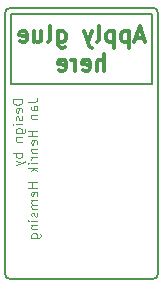
<source format=gbo>
%TF.GenerationSoftware,KiCad,Pcbnew,(6.0.0-rc1-dev-1-g01c5bdfb8)*%
%TF.CreationDate,2019-02-26T15:43:23+01:00*%
%TF.ProjectId,printhead_connector,7072696E74686561645F636F6E6E6563,rev?*%
%TF.SameCoordinates,Original*%
%TF.FileFunction,Legend,Bot*%
%TF.FilePolarity,Positive*%
%FSLAX46Y46*%
G04 Gerber Fmt 4.6, Leading zero omitted, Abs format (unit mm)*
G04 Created by KiCad (PCBNEW (6.0.0-rc1-dev-1-g01c5bdfb8)) date Tue Feb 26 15:43:23 2019*
%MOMM*%
%LPD*%
G01*
G04 APERTURE LIST*
%ADD10C,0.100000*%
%ADD11C,0.200000*%
%ADD12C,0.300000*%
%ADD13C,0.150000*%
G04 APERTURE END LIST*
D10*
X94961904Y-92755476D02*
X94161904Y-92755476D01*
X94161904Y-92945952D01*
X94200000Y-93060238D01*
X94276190Y-93136428D01*
X94352380Y-93174523D01*
X94504761Y-93212619D01*
X94619047Y-93212619D01*
X94771428Y-93174523D01*
X94847619Y-93136428D01*
X94923809Y-93060238D01*
X94961904Y-92945952D01*
X94961904Y-92755476D01*
X94923809Y-93860238D02*
X94961904Y-93784047D01*
X94961904Y-93631666D01*
X94923809Y-93555476D01*
X94847619Y-93517380D01*
X94542857Y-93517380D01*
X94466666Y-93555476D01*
X94428571Y-93631666D01*
X94428571Y-93784047D01*
X94466666Y-93860238D01*
X94542857Y-93898333D01*
X94619047Y-93898333D01*
X94695238Y-93517380D01*
X94923809Y-94203095D02*
X94961904Y-94279285D01*
X94961904Y-94431666D01*
X94923809Y-94507857D01*
X94847619Y-94545952D01*
X94809523Y-94545952D01*
X94733333Y-94507857D01*
X94695238Y-94431666D01*
X94695238Y-94317380D01*
X94657142Y-94241190D01*
X94580952Y-94203095D01*
X94542857Y-94203095D01*
X94466666Y-94241190D01*
X94428571Y-94317380D01*
X94428571Y-94431666D01*
X94466666Y-94507857D01*
X94961904Y-94888809D02*
X94428571Y-94888809D01*
X94161904Y-94888809D02*
X94200000Y-94850714D01*
X94238095Y-94888809D01*
X94200000Y-94926904D01*
X94161904Y-94888809D01*
X94238095Y-94888809D01*
X94428571Y-95612619D02*
X95076190Y-95612619D01*
X95152380Y-95574523D01*
X95190476Y-95536428D01*
X95228571Y-95460238D01*
X95228571Y-95345952D01*
X95190476Y-95269761D01*
X94923809Y-95612619D02*
X94961904Y-95536428D01*
X94961904Y-95384047D01*
X94923809Y-95307857D01*
X94885714Y-95269761D01*
X94809523Y-95231666D01*
X94580952Y-95231666D01*
X94504761Y-95269761D01*
X94466666Y-95307857D01*
X94428571Y-95384047D01*
X94428571Y-95536428D01*
X94466666Y-95612619D01*
X94428571Y-95993571D02*
X94961904Y-95993571D01*
X94504761Y-95993571D02*
X94466666Y-96031666D01*
X94428571Y-96107857D01*
X94428571Y-96222142D01*
X94466666Y-96298333D01*
X94542857Y-96336428D01*
X94961904Y-96336428D01*
X94961904Y-97326904D02*
X94161904Y-97326904D01*
X94466666Y-97326904D02*
X94428571Y-97403095D01*
X94428571Y-97555476D01*
X94466666Y-97631666D01*
X94504761Y-97669761D01*
X94580952Y-97707857D01*
X94809523Y-97707857D01*
X94885714Y-97669761D01*
X94923809Y-97631666D01*
X94961904Y-97555476D01*
X94961904Y-97403095D01*
X94923809Y-97326904D01*
X94428571Y-97974523D02*
X94961904Y-98165000D01*
X94428571Y-98355476D02*
X94961904Y-98165000D01*
X95152380Y-98088809D01*
X95190476Y-98050714D01*
X95228571Y-97974523D01*
X95461904Y-92984047D02*
X96033333Y-92984047D01*
X96147619Y-92945952D01*
X96223809Y-92869761D01*
X96261904Y-92755476D01*
X96261904Y-92679285D01*
X96261904Y-93707857D02*
X95842857Y-93707857D01*
X95766666Y-93669761D01*
X95728571Y-93593571D01*
X95728571Y-93441190D01*
X95766666Y-93365000D01*
X96223809Y-93707857D02*
X96261904Y-93631666D01*
X96261904Y-93441190D01*
X96223809Y-93365000D01*
X96147619Y-93326904D01*
X96071428Y-93326904D01*
X95995238Y-93365000D01*
X95957142Y-93441190D01*
X95957142Y-93631666D01*
X95919047Y-93707857D01*
X95728571Y-94088809D02*
X96261904Y-94088809D01*
X95804761Y-94088809D02*
X95766666Y-94126904D01*
X95728571Y-94203095D01*
X95728571Y-94317380D01*
X95766666Y-94393571D01*
X95842857Y-94431666D01*
X96261904Y-94431666D01*
X96261904Y-95422142D02*
X95461904Y-95422142D01*
X95842857Y-95422142D02*
X95842857Y-95879285D01*
X96261904Y-95879285D02*
X95461904Y-95879285D01*
X96223809Y-96565000D02*
X96261904Y-96488809D01*
X96261904Y-96336428D01*
X96223809Y-96260238D01*
X96147619Y-96222142D01*
X95842857Y-96222142D01*
X95766666Y-96260238D01*
X95728571Y-96336428D01*
X95728571Y-96488809D01*
X95766666Y-96565000D01*
X95842857Y-96603095D01*
X95919047Y-96603095D01*
X95995238Y-96222142D01*
X95728571Y-96945952D02*
X96261904Y-96945952D01*
X95804761Y-96945952D02*
X95766666Y-96984047D01*
X95728571Y-97060238D01*
X95728571Y-97174523D01*
X95766666Y-97250714D01*
X95842857Y-97288809D01*
X96261904Y-97288809D01*
X96261904Y-97669761D02*
X95728571Y-97669761D01*
X95880952Y-97669761D02*
X95804761Y-97707857D01*
X95766666Y-97745952D01*
X95728571Y-97822142D01*
X95728571Y-97898333D01*
X96261904Y-98165000D02*
X95728571Y-98165000D01*
X95461904Y-98165000D02*
X95500000Y-98126904D01*
X95538095Y-98165000D01*
X95500000Y-98203095D01*
X95461904Y-98165000D01*
X95538095Y-98165000D01*
X96261904Y-98545952D02*
X95461904Y-98545952D01*
X95957142Y-98622142D02*
X96261904Y-98850714D01*
X95728571Y-98850714D02*
X96033333Y-98545952D01*
X96261904Y-99803095D02*
X95461904Y-99803095D01*
X95842857Y-99803095D02*
X95842857Y-100260238D01*
X96261904Y-100260238D02*
X95461904Y-100260238D01*
X96223809Y-100945952D02*
X96261904Y-100869761D01*
X96261904Y-100717380D01*
X96223809Y-100641190D01*
X96147619Y-100603095D01*
X95842857Y-100603095D01*
X95766666Y-100641190D01*
X95728571Y-100717380D01*
X95728571Y-100869761D01*
X95766666Y-100945952D01*
X95842857Y-100984047D01*
X95919047Y-100984047D01*
X95995238Y-100603095D01*
X96261904Y-101326904D02*
X95728571Y-101326904D01*
X95804761Y-101326904D02*
X95766666Y-101365000D01*
X95728571Y-101441190D01*
X95728571Y-101555476D01*
X95766666Y-101631666D01*
X95842857Y-101669761D01*
X96261904Y-101669761D01*
X95842857Y-101669761D02*
X95766666Y-101707857D01*
X95728571Y-101784047D01*
X95728571Y-101898333D01*
X95766666Y-101974523D01*
X95842857Y-102012619D01*
X96261904Y-102012619D01*
X96223809Y-102355476D02*
X96261904Y-102431666D01*
X96261904Y-102584047D01*
X96223809Y-102660238D01*
X96147619Y-102698333D01*
X96109523Y-102698333D01*
X96033333Y-102660238D01*
X95995238Y-102584047D01*
X95995238Y-102469761D01*
X95957142Y-102393571D01*
X95880952Y-102355476D01*
X95842857Y-102355476D01*
X95766666Y-102393571D01*
X95728571Y-102469761D01*
X95728571Y-102584047D01*
X95766666Y-102660238D01*
X96261904Y-103041190D02*
X95728571Y-103041190D01*
X95461904Y-103041190D02*
X95500000Y-103003095D01*
X95538095Y-103041190D01*
X95500000Y-103079285D01*
X95461904Y-103041190D01*
X95538095Y-103041190D01*
X95728571Y-103422142D02*
X96261904Y-103422142D01*
X95804761Y-103422142D02*
X95766666Y-103460238D01*
X95728571Y-103536428D01*
X95728571Y-103650714D01*
X95766666Y-103726904D01*
X95842857Y-103765000D01*
X96261904Y-103765000D01*
X95728571Y-104488809D02*
X96376190Y-104488809D01*
X96452380Y-104450714D01*
X96490476Y-104412619D01*
X96528571Y-104336428D01*
X96528571Y-104222142D01*
X96490476Y-104145952D01*
X96223809Y-104488809D02*
X96261904Y-104412619D01*
X96261904Y-104260238D01*
X96223809Y-104184047D01*
X96185714Y-104145952D01*
X96109523Y-104107857D01*
X95880952Y-104107857D01*
X95804761Y-104145952D01*
X95766666Y-104184047D01*
X95728571Y-104260238D01*
X95728571Y-104412619D01*
X95766666Y-104488809D01*
D11*
X94000000Y-91500000D02*
X94000000Y-85500000D01*
X106000000Y-91500000D02*
X94000000Y-91500000D01*
X106000000Y-85500000D02*
X106000000Y-91500000D01*
X94000000Y-85500000D02*
X106000000Y-85500000D01*
D12*
X105266666Y-87533333D02*
X104600000Y-87533333D01*
X105400000Y-87933333D02*
X104933333Y-86533333D01*
X104466666Y-87933333D01*
X104000000Y-87000000D02*
X104000000Y-88400000D01*
X104000000Y-87066666D02*
X103866666Y-87000000D01*
X103600000Y-87000000D01*
X103466666Y-87066666D01*
X103400000Y-87133333D01*
X103333333Y-87266666D01*
X103333333Y-87666666D01*
X103400000Y-87800000D01*
X103466666Y-87866666D01*
X103600000Y-87933333D01*
X103866666Y-87933333D01*
X104000000Y-87866666D01*
X102733333Y-87000000D02*
X102733333Y-88400000D01*
X102733333Y-87066666D02*
X102600000Y-87000000D01*
X102333333Y-87000000D01*
X102200000Y-87066666D01*
X102133333Y-87133333D01*
X102066666Y-87266666D01*
X102066666Y-87666666D01*
X102133333Y-87800000D01*
X102200000Y-87866666D01*
X102333333Y-87933333D01*
X102600000Y-87933333D01*
X102733333Y-87866666D01*
X101266666Y-87933333D02*
X101400000Y-87866666D01*
X101466666Y-87733333D01*
X101466666Y-86533333D01*
X100866666Y-87000000D02*
X100533333Y-87933333D01*
X100200000Y-87000000D02*
X100533333Y-87933333D01*
X100666666Y-88266666D01*
X100733333Y-88333333D01*
X100866666Y-88400000D01*
X98000000Y-87000000D02*
X98000000Y-88133333D01*
X98066666Y-88266666D01*
X98133333Y-88333333D01*
X98266666Y-88400000D01*
X98466666Y-88400000D01*
X98600000Y-88333333D01*
X98000000Y-87866666D02*
X98133333Y-87933333D01*
X98400000Y-87933333D01*
X98533333Y-87866666D01*
X98600000Y-87800000D01*
X98666666Y-87666666D01*
X98666666Y-87266666D01*
X98600000Y-87133333D01*
X98533333Y-87066666D01*
X98400000Y-87000000D01*
X98133333Y-87000000D01*
X98000000Y-87066666D01*
X97133333Y-87933333D02*
X97266666Y-87866666D01*
X97333333Y-87733333D01*
X97333333Y-86533333D01*
X96000000Y-87000000D02*
X96000000Y-87933333D01*
X96600000Y-87000000D02*
X96600000Y-87733333D01*
X96533333Y-87866666D01*
X96400000Y-87933333D01*
X96200000Y-87933333D01*
X96066666Y-87866666D01*
X96000000Y-87800000D01*
X94800000Y-87866666D02*
X94933333Y-87933333D01*
X95200000Y-87933333D01*
X95333333Y-87866666D01*
X95400000Y-87733333D01*
X95400000Y-87200000D01*
X95333333Y-87066666D01*
X95200000Y-87000000D01*
X94933333Y-87000000D01*
X94800000Y-87066666D01*
X94733333Y-87200000D01*
X94733333Y-87333333D01*
X95400000Y-87466666D01*
X101933333Y-90333333D02*
X101933333Y-88933333D01*
X101333333Y-90333333D02*
X101333333Y-89600000D01*
X101400000Y-89466666D01*
X101533333Y-89400000D01*
X101733333Y-89400000D01*
X101866666Y-89466666D01*
X101933333Y-89533333D01*
X100133333Y-90266666D02*
X100266666Y-90333333D01*
X100533333Y-90333333D01*
X100666666Y-90266666D01*
X100733333Y-90133333D01*
X100733333Y-89600000D01*
X100666666Y-89466666D01*
X100533333Y-89400000D01*
X100266666Y-89400000D01*
X100133333Y-89466666D01*
X100066666Y-89600000D01*
X100066666Y-89733333D01*
X100733333Y-89866666D01*
X99466666Y-90333333D02*
X99466666Y-89400000D01*
X99466666Y-89666666D02*
X99400000Y-89533333D01*
X99333333Y-89466666D01*
X99200000Y-89400000D01*
X99066666Y-89400000D01*
X98066666Y-90266666D02*
X98200000Y-90333333D01*
X98466666Y-90333333D01*
X98600000Y-90266666D01*
X98666666Y-90133333D01*
X98666666Y-89600000D01*
X98600000Y-89466666D01*
X98466666Y-89400000D01*
X98200000Y-89400000D01*
X98066666Y-89466666D01*
X98000000Y-89600000D01*
X98000000Y-89733333D01*
X98666666Y-89866666D01*
D13*
X93500000Y-85500000D02*
G75*
G02X94000000Y-85000000I500000J0D01*
G01*
X106000000Y-85000000D02*
G75*
G02X106500000Y-85500000I0J-500000D01*
G01*
X106500000Y-107500000D02*
G75*
G02X106000000Y-108000000I-500000J0D01*
G01*
X94000000Y-108000000D02*
G75*
G02X93500000Y-107500000I0J500000D01*
G01*
X93500000Y-107500000D02*
X93500000Y-85500000D01*
X106000000Y-108000000D02*
X94000000Y-108000000D01*
X106500000Y-85500000D02*
X106500000Y-107500000D01*
X94000000Y-85000000D02*
X106000000Y-85000000D01*
M02*

</source>
